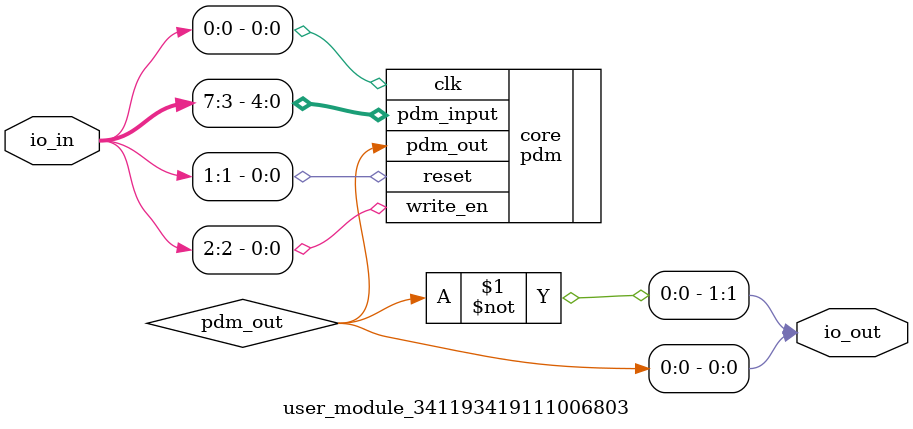
<source format=v>
`default_nettype none

module user_module_341193419111006803(
  input [7:0] io_in, 
  output [7:0] io_out
);

  wire pdm_out;

  assign io_out[0] = pdm_out;
  assign io_out[1] = ~pdm_out;

  pdm core(
    .pdm_input(io_in[7:3]),
    .write_en(io_in[2]),
    .reset(io_in[1]),
    .clk(io_in[0]),    
    .pdm_out(pdm_out)
  );

endmodule

</source>
